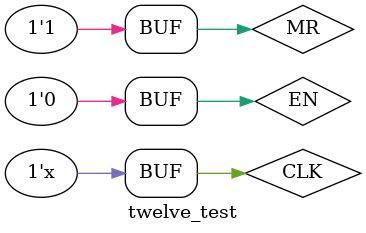
<source format=v>
`timescale 1ns / 1ps


module twelve_test;

	// Inputs
	reg MR;
	reg EN;
	reg CLK;

	// Outputs
	wire [3:0] Q;
	wire CO;

	// Instantiate the Unit Under Test (UUT)
	twelve uut (
		.MR(MR), 
		.EN(EN), 
		.CLK(CLK), 
		.Q(Q), 
		.CO(CO)
	);
	always #10 CLK=~CLK;
	initial begin
		// Initialize Inputs
		MR = 0; EN = 0; CLK = 0; #100;
		MR = 1; EN = 1; #100;
		MR = 1; EN = 1; #100;
		MR = 1; EN = 1; #100;
		MR = 1; EN = 1; #100;
		MR = 0; EN = 1; #100;
		MR = 1; EN = 1; #100;
		MR = 1; EN = 0; #100;
		// Wait 100 ns for global reset to finish
		
        
		// Add stimulus here

	end
      
endmodule


</source>
